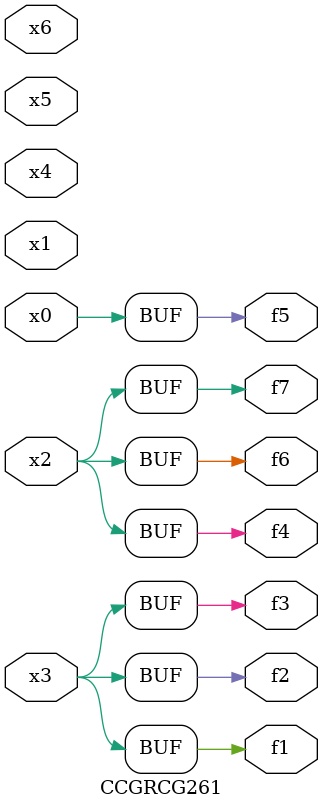
<source format=v>
module CCGRCG261(
	input x0, x1, x2, x3, x4, x5, x6,
	output f1, f2, f3, f4, f5, f6, f7
);
	assign f1 = x3;
	assign f2 = x3;
	assign f3 = x3;
	assign f4 = x2;
	assign f5 = x0;
	assign f6 = x2;
	assign f7 = x2;
endmodule

</source>
